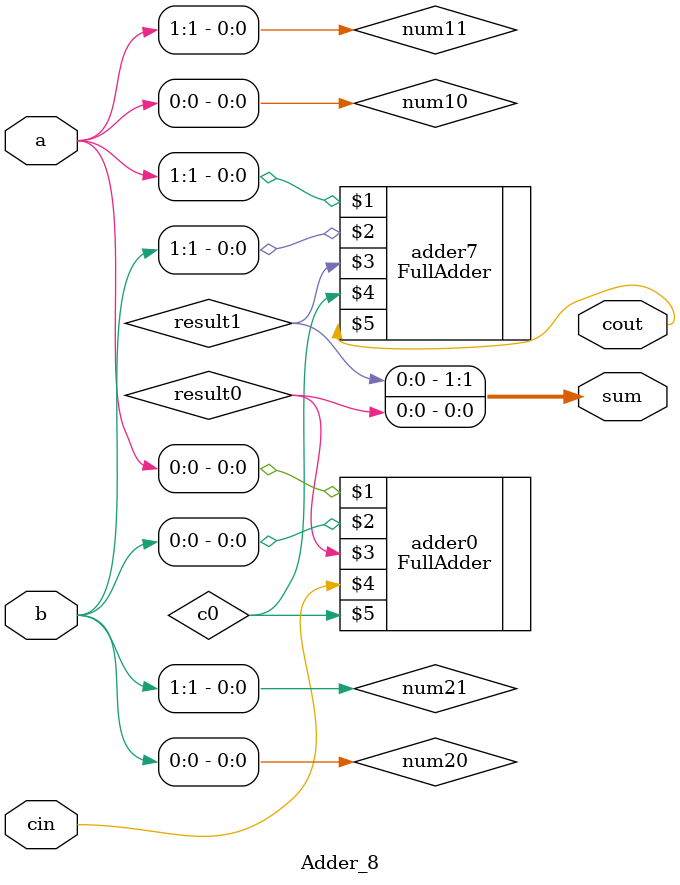
<source format=v>
module Adder_8(a, b, cin, sum, cout);

	input cin;
	input [1:0]a;
	input [1:0]b;
	output [1:0]sum;
	output cout;

	wire c0, c1, c2, c3, c4, c5, c6;

	wire num10, num11;
	wire num20, num21;
	wire result0, result1;

	assign num10 = a[0];
	assign num11 = a[1];

	assign num20 = b[0];
	assign num21 = b[1];

	FullAdder adder0(num10, num20, result0, cin, c0);
	FullAdder adder7(num11, num21, result1, c0, cout);

	assign sum[0] = result0;
	assign sum[1] = result1;
	assign sum[2] = result2;
	assign sum[3] = result3;
	assign sum[4] = result4;
	assign sum[5] = result5;
	assign sum[6] = result6;
	assign sum[7] = result7;

endmodule
</source>
